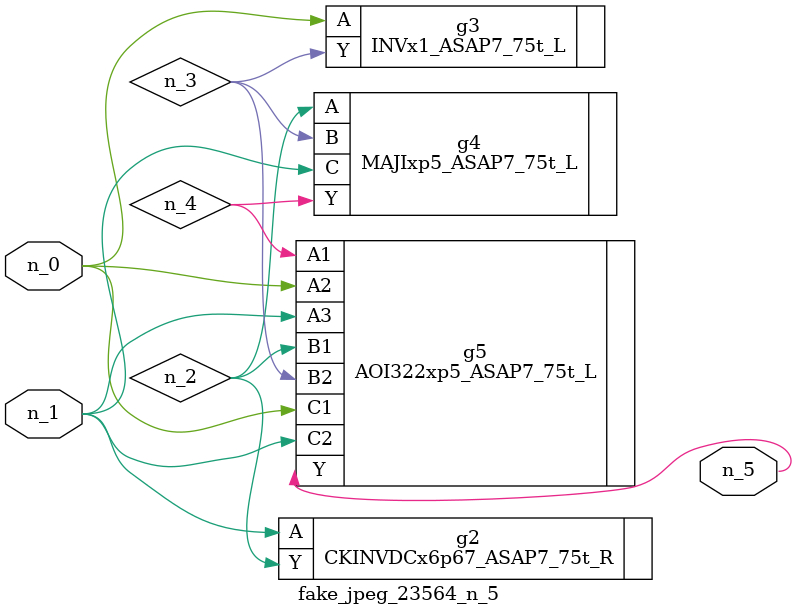
<source format=v>
module fake_jpeg_23564_n_5 (n_0, n_1, n_5);

input n_0;
input n_1;

output n_5;

wire n_3;
wire n_2;
wire n_4;

CKINVDCx6p67_ASAP7_75t_R g2 ( 
.A(n_1),
.Y(n_2)
);

INVx1_ASAP7_75t_L g3 ( 
.A(n_0),
.Y(n_3)
);

MAJIxp5_ASAP7_75t_L g4 ( 
.A(n_2),
.B(n_3),
.C(n_1),
.Y(n_4)
);

AOI322xp5_ASAP7_75t_L g5 ( 
.A1(n_4),
.A2(n_0),
.A3(n_1),
.B1(n_2),
.B2(n_3),
.C1(n_0),
.C2(n_1),
.Y(n_5)
);


endmodule
</source>
